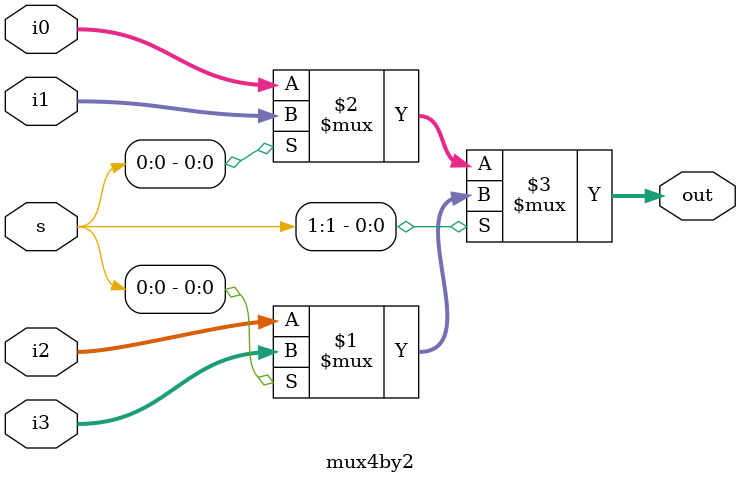
<source format=v>
`timescale 1ns / 1ps


module mux4by2#(parameter N=32)(
input[N-1:0] i0,
input [N-1:0]i1,
input[N-1:0] i2,
input [N-1:0]i3,
input [1:0] s,
output[N-1:0] out
    );
    
    assign out = s[1]?(s[0]?i3:i2):(s[0]?i1:i0);
    
endmodule



</source>
